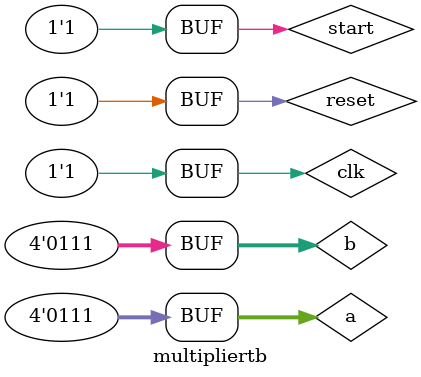
<source format=v>
module multipliertb;
reg clk;
reg start;
reg reset;
reg[3:0] a;
reg[3:0] b;
wire[7:0] result_out;
wire finish;
unsigned_multiplier obj_1(clk,reset,start,finish,a,b,result_out);

initial
 begin

#10 clk=1;reset=0;start=1 ;a=0001 ;b=0001 ;
#10 clk=1 ;reset=1 ;start=1 ;a=0001 ;b=0001 ;  
#10 clk=1 ;reset=1;start=1 ;a=0011 ;b=0110 ;
#10 clk=1 ;reset=1 ;start=1 ;a=1001 ;b=1110 ;
#10 clk=1 ;reset=1 ;start=1 ;a=0111 ;b=0101 ;
#10 clk=1 ;reset=1 ;start=1 ;a=0011 ;b=0111 ;
#10 clk=1 ;reset=1 ;start=1 ;a=1110 ;b=1101 ;
#10 clk=1 ;reset=1 ;start=1 ;a=0111 ;b=1111 ;
#10 clk=1 ;reset=1 ;start=1 ;a=1111 ;b=1111 ;
end

endmodule

</source>
